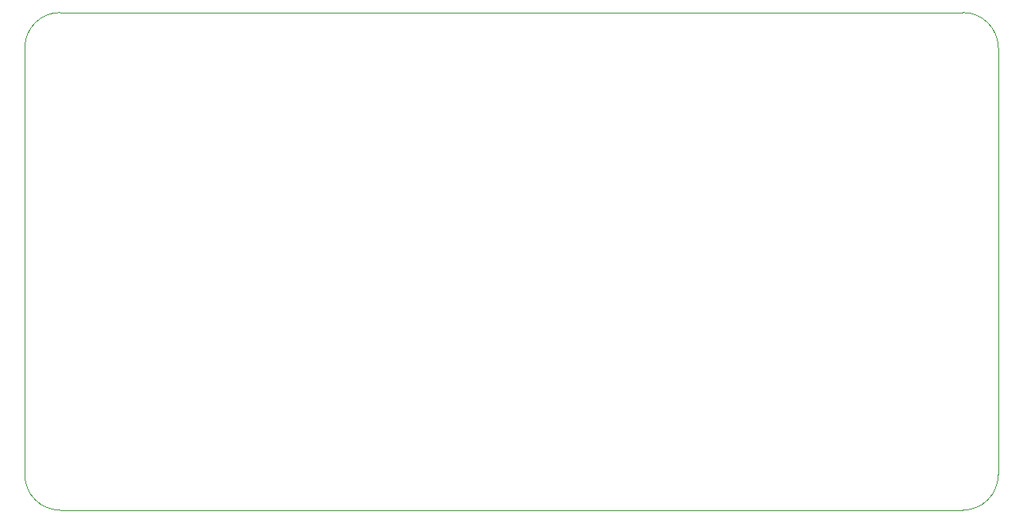
<source format=gm1>
%TF.GenerationSoftware,KiCad,Pcbnew,(6.0.11)*%
%TF.CreationDate,2023-08-12T14:35:41-04:00*%
%TF.ProjectId,FP_Rev_21,46505f52-6576-45f3-9231-2e6b69636164,rev?*%
%TF.SameCoordinates,Original*%
%TF.FileFunction,Profile,NP*%
%FSLAX46Y46*%
G04 Gerber Fmt 4.6, Leading zero omitted, Abs format (unit mm)*
G04 Created by KiCad (PCBNEW (6.0.11)) date 2023-08-12 14:35:41*
%MOMM*%
%LPD*%
G01*
G04 APERTURE LIST*
%TA.AperFunction,Profile*%
%ADD10C,0.100000*%
%TD*%
G04 APERTURE END LIST*
D10*
X201880000Y-37250000D02*
G75*
G03*
X198130000Y-33500000I-3750000J0D01*
G01*
X101870000Y-33500000D02*
X198130000Y-33500000D01*
X201880000Y-37250000D02*
X201880000Y-82750000D01*
X98120000Y-82750000D02*
G75*
G03*
X101870000Y-86500000I3750000J0D01*
G01*
X198130000Y-86500000D02*
G75*
G03*
X201880000Y-82750000I0J3750000D01*
G01*
X101870000Y-33500000D02*
G75*
G03*
X98120000Y-37250000I0J-3750000D01*
G01*
X98120000Y-82750000D02*
X98120000Y-37250000D01*
X198130000Y-86500000D02*
X101870000Y-86500000D01*
M02*

</source>
